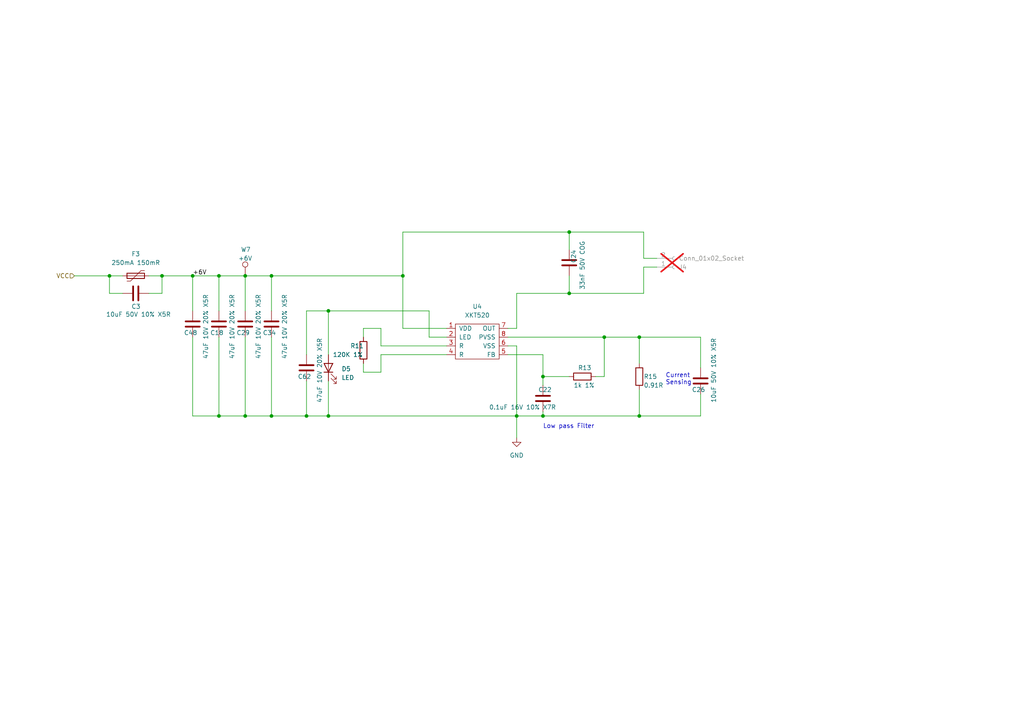
<source format=kicad_sch>
(kicad_sch (version 20250114) (generator "eeschema") (generator_version "9.0")
  (paper "A4")
  (lib_symbols
    (symbol "Connector:Conn_01x02_Socket" (pin_names (offset 1.016) (hide yes))
      (property "Reference" "J" (at 0 2.54 0))
      (property "Value" "Conn_01x02_Socket" (at 0 -5.08 0))
      (symbol "Conn_01x02_Socket_1_1"
        (polyline (pts (xy -1.27 0) (xy -0.508 0)) (stroke (width 0.1524)))
        (polyline (pts (xy -1.27 -2.54) (xy -0.508 -2.54)) (stroke (width 0.1524)))
        (arc (start 0 -0.508) (mid -0.5058 0) (end 0 0.508) (stroke (width 0.1524)))
        (arc (start 0 -3.048) (mid -0.5058 -2.54) (end 0 -2.032) (stroke (width 0.1524)))
        (pin passive line (at -5.08 0 0) (length 3.81) (name "Pin_1") (number "1"))
        (pin passive line (at -5.08 -2.54 0) (length 3.81) (name "Pin_2") (number "2"))
      )
    )
    (symbol "Device:C" (pin_numbers (hide yes)) (pin_names (offset 0.254))
      (property "Reference" "C" (at 0.635 2.54 0))
      (property "Value" "C" (at 0.635 -2.54 0))
      (symbol "C_0_1"
        (polyline (pts (xy -2.032 0.762) (xy 2.032 0.762)) (stroke (width 0.508)))
        (polyline (pts (xy -2.032 -0.762) (xy 2.032 -0.762)) (stroke (width 0.508)))
      )
      (symbol "C_1_1"
        (pin passive line (at 0 3.81 270) (length 2.794) (name "~") (number "1"))
        (pin passive line (at 0 -3.81 90) (length 2.794) (name "~") (number "2"))
      )
    )
    (symbol "Device:LED" (pin_numbers (hide yes)) (pin_names (offset 1.016) (hide yes))
      (property "Reference" "D" (at 0 2.54 0))
      (property "Value" "LED" (at 0 -2.54 0))
      (symbol "LED_0_1"
        (polyline (pts (xy -3.048 -0.762) (xy -4.572 -2.286) (xy -3.81 -2.286) (xy -4.572 -2.286) (xy -4.572 -1.524)))
        (polyline (pts (xy -1.778 -0.762) (xy -3.302 -2.286) (xy -2.54 -2.286) (xy -3.302 -2.286) (xy -3.302 -1.524)))
        (polyline (pts (xy -1.27 0) (xy 1.27 0)))
        (polyline (pts (xy -1.27 -1.27) (xy -1.27 1.27)) (stroke (width 0.254)))
        (polyline (pts (xy 1.27 -1.27) (xy 1.27 1.27) (xy -1.27 0) (xy 1.27 -1.27)) (stroke (width 0.254)))
      )
      (symbol "LED_1_1"
        (pin passive line (at -3.81 0 0) (length 2.54) (name "K") (number "1"))
        (pin passive line (at 3.81 0 180) (length 2.54) (name "A") (number "2"))
      )
    )
    (symbol "Device:Polyfuse" (pin_numbers (hide yes)) (pin_names (offset 0))
      (property "Reference" "F" (at -2.54 0 90))
      (property "Value" "Polyfuse" (at 2.54 0 90))
      (symbol "Polyfuse_0_1"
        (polyline (pts (xy -1.524 2.54) (xy -1.524 1.524) (xy 1.524 -1.524) (xy 1.524 -2.54)))
        (rectangle (start -0.762 2.54) (end 0.762 -2.54) (stroke (width 0.254)))
        (polyline (pts (xy 0 2.54) (xy 0 -2.54)))
      )
      (symbol "Polyfuse_1_1"
        (pin passive line (at 0 3.81 270) (length 1.27) (name "~") (number "1"))
        (pin passive line (at 0 -3.81 90) (length 1.27) (name "~") (number "2"))
      )
    )
    (symbol "Device:R" (pin_numbers (hide yes)) (pin_names (offset 0))
      (property "Reference" "R" (at 2.032 0 90))
      (property "Value" "R" (at 0 0 90))
      (symbol "R_0_1"
        (rectangle (start -1.016 -2.54) (end 1.016 2.54) (stroke (width 0.254)))
      )
      (symbol "R_1_1"
        (pin passive line (at 0 3.81 270) (length 1.27) (name "~") (number "1"))
        (pin passive line (at 0 -3.81 90) (length 1.27) (name "~") (number "2"))
      )
    )
    (symbol "Pixels-dice:TEST_1P-conn" (pin_numbers (hide yes)) (pin_names (offset 0.762) (hide yes))
      (property "Reference" "W" (at 0 6.858 0))
      (property "Value" "TEST_1P-conn" (at 0 5.08 0))
      (symbol "TEST_1P-conn_0_1"
        (circle (center 0 3.302) (radius 0.762))
      )
      (symbol "TEST_1P-conn_1_1"
        (pin passive line (at 0 0 90) (length 2.54) (name "1") (number "1"))
      )
    )
    (symbol "Pixels-dice:XKT520" (pin_names (offset 1.016))
      (property "Reference" "U" (at 0 6.35 0))
      (property "Value" "XKT520" (at 0 -6.35 0))
      (symbol "XKT520_0_1"
        (rectangle (start -6.35 5.08) (end 6.35 -5.08))
      )
      (symbol "XKT520_1_1"
        (pin power_in line (at -8.89 3.81 0) (length 2.54) (name "VDD") (number "1"))
        (pin output line (at -8.89 1.27 0) (length 2.54) (name "LED") (number "2"))
        (pin passive line (at -8.89 -1.27 0) (length 2.54) (name "R") (number "3"))
        (pin passive line (at -8.89 -3.81 0) (length 2.54) (name "R") (number "4"))
        (pin output line (at 8.89 3.81 180) (length 2.54) (name "OUT") (number "7"))
        (pin output line (at 8.89 1.27 180) (length 2.54) (name "PVSS") (number "8"))
        (pin power_in line (at 8.89 -1.27 180) (length 2.54) (name "VSS") (number "6"))
        (pin input line (at 8.89 -3.81 180) (length 2.54) (name "FB") (number "5"))
      )
    )
    (symbol "power:GND" (power) (pin_numbers (hide yes)) (pin_names (offset 0) (hide yes))
      (property "Value" "GND" (at 0 -3.81 0))
      (symbol "GND_0_1"
        (polyline (pts (xy 0 0) (xy 0 -1.27) (xy 1.27 -1.27) (xy 0 -2.54) (xy -1.27 -1.27) (xy 0 -1.27)))
      )
      (symbol "GND_1_1"
        (pin power_in line (at 0 0 270) (length 0) (name "~") (number "1"))
      )
    )
  )
  (text "Current\nSensing" (at 193.04 111.76 0) (effects (font (size 1.27 1.27)) (justify left bottom)))
  (text "Low pass Filter" (at 157.48 124.46 0) (effects (font (size 1.27 1.27)) (justify left bottom)))
  (junction (at 71.12 80.01))
  (junction (at 185.42 120.65))
  (junction (at 157.48 120.65))
  (junction (at 63.5 120.65))
  (junction (at 63.5 80.01))
  (junction (at 157.48 109.22))
  (junction (at 95.25 90.17))
  (junction (at 185.42 97.79))
  (junction (at 165.1 67.31))
  (junction (at 88.9 120.65))
  (junction (at 78.74 80.01))
  (junction (at 46.99 80.01))
  (junction (at 116.84 80.01))
  (junction (at 78.74 120.65))
  (junction (at 71.12 120.65))
  (junction (at 55.88 80.01))
  (junction (at 175.26 97.79))
  (junction (at 31.75 80.01))
  (junction (at 165.1 85.09))
  (junction (at 149.86 120.65))
  (junction (at 95.25 120.65))
  (wire (pts (xy 116.84 67.31) (xy 116.84 80.01)))
  (wire (pts (xy 185.42 97.79) (xy 185.42 105.41)))
  (wire (pts (xy 71.12 80.01) (xy 78.74 80.01)))
  (wire (pts (xy 165.1 85.09) (xy 149.86 85.09)))
  (wire (pts (xy 149.86 95.25) (xy 147.32 95.25)))
  (wire (pts (xy 110.49 100.33) (xy 129.54 100.33)))
  (wire (pts (xy 116.84 95.25) (xy 129.54 95.25)))
  (wire (pts (xy 88.9 90.17) (xy 95.25 90.17)))
  (wire (pts (xy 185.42 120.65) (xy 157.48 120.65)))
  (wire (pts (xy 95.25 110.49) (xy 95.25 120.65)))
  (wire (pts (xy 105.41 95.25) (xy 105.41 97.79)))
  (wire (pts (xy 203.2 114.3) (xy 203.2 120.65)))
  (wire (pts (xy 186.69 85.09) (xy 186.69 77.47)))
  (wire (pts (xy 55.88 80.01) (xy 55.88 90.17)))
  (wire (pts (xy 124.46 97.79) (xy 129.54 97.79)))
  (wire (pts (xy 175.26 109.22) (xy 175.26 97.79)))
  (wire (pts (xy 165.1 67.31) (xy 165.1 72.39)))
  (wire (pts (xy 46.99 85.09) (xy 46.99 80.01)))
  (wire (pts (xy 78.74 80.01) (xy 78.74 90.17)))
  (wire (pts (xy 63.5 80.01) (xy 71.12 80.01)))
  (wire (pts (xy 116.84 67.31) (xy 165.1 67.31)))
  (wire (pts (xy 63.5 80.01) (xy 63.5 90.17)))
  (wire (pts (xy 165.1 67.31) (xy 186.69 67.31)))
  (wire (pts (xy 110.49 95.25) (xy 105.41 95.25)))
  (wire (pts (xy 71.12 97.79) (xy 71.12 120.65)))
  (wire (pts (xy 157.48 109.22) (xy 165.1 109.22)))
  (wire (pts (xy 149.86 100.33) (xy 147.32 100.33)))
  (wire (pts (xy 63.5 120.65) (xy 71.12 120.65)))
  (wire (pts (xy 185.42 113.03) (xy 185.42 120.65)))
  (wire (pts (xy 46.99 80.01) (xy 55.88 80.01)))
  (wire (pts (xy 149.86 100.33) (xy 149.86 120.65)))
  (wire (pts (xy 105.41 107.95) (xy 105.41 105.41)))
  (wire (pts (xy 175.26 97.79) (xy 185.42 97.79)))
  (wire (pts (xy 43.18 85.09) (xy 46.99 85.09)))
  (wire (pts (xy 78.74 80.01) (xy 116.84 80.01)))
  (wire (pts (xy 186.69 74.93) (xy 186.69 67.31)))
  (wire (pts (xy 71.12 80.01) (xy 71.12 90.17)))
  (wire (pts (xy 165.1 85.09) (xy 186.69 85.09)))
  (wire (pts (xy 31.75 85.09) (xy 31.75 80.01)))
  (wire (pts (xy 124.46 97.79) (xy 124.46 90.17)))
  (wire (pts (xy 190.5 74.93) (xy 186.69 74.93)))
  (wire (pts (xy 35.56 85.09) (xy 31.75 85.09)))
  (wire (pts (xy 88.9 120.65) (xy 95.25 120.65)))
  (wire (pts (xy 157.48 119.38) (xy 157.48 120.65)))
  (wire (pts (xy 110.49 107.95) (xy 105.41 107.95)))
  (wire (pts (xy 149.86 120.65) (xy 149.86 127)))
  (wire (pts (xy 147.32 102.87) (xy 157.48 102.87)))
  (wire (pts (xy 55.88 80.01) (xy 63.5 80.01)))
  (wire (pts (xy 31.75 80.01) (xy 35.56 80.01)))
  (wire (pts (xy 157.48 109.22) (xy 157.48 102.87)))
  (wire (pts (xy 110.49 102.87) (xy 129.54 102.87)))
  (wire (pts (xy 88.9 110.49) (xy 88.9 120.65)))
  (wire (pts (xy 78.74 97.79) (xy 78.74 120.65)))
  (wire (pts (xy 203.2 120.65) (xy 185.42 120.65)))
  (wire (pts (xy 88.9 102.87) (xy 88.9 90.17)))
  (wire (pts (xy 43.18 80.01) (xy 46.99 80.01)))
  (wire (pts (xy 172.72 109.22) (xy 175.26 109.22)))
  (wire (pts (xy 71.12 120.65) (xy 78.74 120.65)))
  (wire (pts (xy 165.1 80.01) (xy 165.1 85.09)))
  (wire (pts (xy 149.86 120.65) (xy 157.48 120.65)))
  (wire (pts (xy 95.25 90.17) (xy 95.25 102.87)))
  (wire (pts (xy 63.5 97.79) (xy 63.5 120.65)))
  (wire (pts (xy 110.49 107.95) (xy 110.49 102.87)))
  (wire (pts (xy 55.88 120.65) (xy 63.5 120.65)))
  (wire (pts (xy 110.49 95.25) (xy 110.49 100.33)))
  (wire (pts (xy 55.88 97.79) (xy 55.88 120.65)))
  (wire (pts (xy 149.86 85.09) (xy 149.86 95.25)))
  (wire (pts (xy 186.69 77.47) (xy 190.5 77.47)))
  (wire (pts (xy 116.84 80.01) (xy 116.84 95.25)))
  (wire (pts (xy 95.25 90.17) (xy 124.46 90.17)))
  (wire (pts (xy 78.74 120.65) (xy 88.9 120.65)))
  (wire (pts (xy 157.48 109.22) (xy 157.48 111.76)))
  (wire (pts (xy 185.42 97.79) (xy 203.2 97.79)))
  (wire (pts (xy 21.59 80.01) (xy 31.75 80.01)))
  (wire (pts (xy 147.32 97.79) (xy 175.26 97.79)))
  (wire (pts (xy 95.25 120.65) (xy 149.86 120.65)))
  (wire (pts (xy 203.2 97.79) (xy 203.2 106.68)))
  (label "+6V" (at 55.88 80.01 0))
  (hierarchical_label "VCC" (shape input) (at 21.59 80.01 180))
  (symbol (lib_id "Device:LED") (at 95.25 106.68 90) (unit 1)
    (property "Reference" "D3" (at 99.06 106.9974 90) (effects (justify right)))
    (property "Value" "LED" (at 99.06 109.5374 90) (effects (justify right)))
    (property "Footprint" "LED_SMD:LED_0603_1608Metric" (effects (hide yes)))
    (property "Manufacturer" "Lite-On" (effects (hide yes)))
    (property "Part Number" "LTST-C191KRKT" (effects (hide yes)))
    (property "LCSC Part #" "C125099" (effects (hide yes)))
    (instances (project "main" (path "" (reference "D5") (unit 1)) (path "" (reference "D9") (unit 1)) (path "" (reference "D8") (unit 1)) (path "" (reference "D3") (unit 1)) (path "" (reference "D6") (unit 1)) (path "" (reference "D4") (unit 1)) (path "" (reference "D7") (unit 1))))
  )
  (symbol (lib_id "Device:C") (at 39.37 85.09 270) (unit 1)
    (property "Reference" "C1" (at 38.1 88.9 90) (effects (justify left)))
    (property "Value" "10uF 50V 10% X5R" (at 30.734 91.186 90) (effects (justify left)))
    (property "Footprint" "Capacitor_SMD:C_0805_2012Metric" (effects (hide yes)))
    (property "Part Number" "GRM21BR61H106KE43L" (effects (hide yes)))
    (property "Manufacturer" "Murata" (effects (hide yes)))
    (property "LCSC Part #" "C440198" (effects (hide yes)))
    (instances (project "main" (path "" (reference "C3") (unit 1)) (path "" (reference "C45") (unit 1)) (path "" (reference "C44") (unit 1)) (path "" (reference "C1") (unit 1)) (path "" (reference "C5") (unit 1)) (path "" (reference "C2") (unit 1)) (path "" (reference "C43") (unit 1))))
  )
  (symbol (lib_id "Device:R") (at 105.41 101.6 180) (unit 1)
    (property "Reference" "R5" (at 101.6 100.33 0) (effects (justify right)))
    (property "Value" "120K 1%" (at 96.52 102.87 0) (effects (justify right)))
    (property "Footprint" "Resistor_SMD:R_0402_1005Metric" (effects (hide yes)))
    (property "Part Number" "0402WGF1203TCE" (effects (hide yes)))
    (property "Manufacturer" "UNI-ROYAL(Uniroyal Elec)" (effects (hide yes)))
    (property "LCSC Part #" "C25750" (effects (hide yes)))
    (instances (project "main" (path "" (reference "R11") (unit 1)) (path "" (reference "R23") (unit 1)) (path "" (reference "R20") (unit 1)) (path "" (reference "R5") (unit 1)) (path "" (reference "R12") (unit 1)) (path "" (reference "R8") (unit 1)) (path "" (reference "R17") (unit 1))))
  )
  (symbol (lib_id "Device:C") (at 157.48 115.57 180) (unit 1)
    (property "Reference" "C10" (at 160.02 113.03 0) (effects (justify left)))
    (property "Value" "0.1uF 16V 10% X7R" (at 161.29 118.11 0) (effects (justify left)))
    (property "Footprint" "Capacitor_SMD:C_0603_1608Metric" (effects (hide yes)))
    (property "Part Number" "CL10B104KO8NNNC" (effects (hide yes)))
    (property "Manufacturer" "Samsung Electro-Mechanics" (effects (hide yes)))
    (property "LCSC Part #" "C66501" (effects (hide yes)))
    (instances (project "main" (path "" (reference "C22") (unit 1)) (path "" (reference "C40") (unit 1)) (path "" (reference "C35") (unit 1)) (path "" (reference "C10") (unit 1)) (path "" (reference "C23") (unit 1)) (path "" (reference "C15") (unit 1)) (path "" (reference "C30") (unit 1))))
  )
  (symbol (lib_id "Device:C") (at 63.5 93.98 0) (unit 1)
    (property "Reference" "C8" (at 60.96 96.52 0) (effects (justify left)))
    (property "Value" "47uF 10V 20% X5R" (at 67.31 104.14 90) (effects (justify left)))
    (property "Footprint" "Capacitor_SMD:C_1206_3216Metric" (effects (hide yes)))
    (property "Part Number" "GRM31CR61A476ME15L" (effects (hide yes)))
    (property "Manufacturer" "muRata" (effects (hide yes)))
    (property "LCSC Part #" "C94034" (effects (hide yes)))
    (instances (project "main" (path "" (reference "C18") (unit 1)) (path "" (reference "C38") (unit 1)) (path "" (reference "C33") (unit 1)) (path "" (reference "C8") (unit 1)) (path "" (reference "C19") (unit 1)) (path "" (reference "C13") (unit 1)) (path "" (reference "C28") (unit 1))))
  )
  (symbol (lib_id "Device:C") (at 203.2 110.49 0) (unit 1)
    (property "Reference" "C12" (at 200.66 113.03 0) (effects (justify left)))
    (property "Value" "10uF 50V 10% X5R" (at 207.01 116.84 90) (effects (justify left)))
    (property "Footprint" "Capacitor_SMD:C_0805_2012Metric" (effects (hide yes)))
    (property "Part Number" "GRM21BR61H106KE43L" (effects (hide yes)))
    (property "Manufacturer" "Murata" (effects (hide yes)))
    (property "LCSC Part #" "C440198" (effects (hide yes)))
    (instances (project "main" (path "" (reference "C26") (unit 1)) (path "" (reference "C42") (unit 1)) (path "" (reference "C37") (unit 1)) (path "" (reference "C12") (unit 1)) (path "" (reference "C27") (unit 1)) (path "" (reference "C17") (unit 1)) (path "" (reference "C32") (unit 1))))
  )
  (symbol (lib_id "Device:R") (at 168.91 109.22 90) (unit 1)
    (property "Reference" "R6" (at 167.64 106.68 90) (effects (justify right)))
    (property "Value" "1k 1%" (at 166.37 111.76 90) (effects (justify right)))
    (property "Footprint" "Resistor_SMD:R_0402_1005Metric" (effects (hide yes)))
    (property "Part Number" "0402WGF1001TCE" (effects (hide yes)))
    (property "Manufacturer" "UNI-ROYAL(Uniroyal Elec)" (effects (hide yes)))
    (property "LCSC Part #" "C11702" (effects (hide yes)))
    (instances (project "main" (path "" (reference "R13") (unit 1)) (path "" (reference "R24") (unit 1)) (path "" (reference "R21") (unit 1)) (path "" (reference "R6") (unit 1)) (path "" (reference "R14") (unit 1)) (path "" (reference "R9") (unit 1)) (path "" (reference "R18") (unit 1))))
  )
  (symbol (lib_id "power:GND") (at 149.86 127 0) (unit 1)
    (property "Reference" "#PWR09" (effects (hide yes)))
    (property "Value" "GND" (at 149.86 132.08 0))
    (property "Description" "Power symbol creates a global label with name \"GND\" , ground" (effects (hide yes)))
    (instances (project "main" (path "" (reference "#PWR06") (unit 1)) (path "" (reference "#PWR010") (unit 1)) (path "" (reference "#PWR0101") (unit 1)) (path "" (reference "#PWR09") (unit 1)) (path "" (reference "#PWR07") (unit 1)) (path "" (reference "#PWR05") (unit 1)) (path "" (reference "#PWR08") (unit 1))))
  )
  (symbol (lib_id "Pixels-dice:XKT520") (at 138.43 99.06 0) (unit 1)
    (property "Reference" "U2" (at 138.43 88.9 0))
    (property "Value" "XKT520" (at 138.43 91.44 0))
    (property "Footprint" "Pixels-dice:SOIC-8_3.9x4.9mm_P1.27mm" (effects (hide yes)))
    (property "Manufacturer" "XKT" (effects (hide yes)))
    (property "Part Number" "520" (effects (hide yes)))
    (instances (project "main" (path "" (reference "U4") (unit 1)) (path "" (reference "U8") (unit 1)) (path "" (reference "U7") (unit 1)) (path "" (reference "U2") (unit 1)) (path "" (reference "U5") (unit 1)) (path "" (reference "U3") (unit 1)) (path "" (reference "U6") (unit 1))))
  )
  (symbol (lib_id "Device:C") (at 88.9 106.68 0) (unit 1)
    (property "Reference" "C60" (at 86.36 109.22 0) (effects (justify left)))
    (property "Value" "47uF 10V 20% X5R" (at 92.71 116.84 90) (effects (justify left)))
    (property "Footprint" "Capacitor_SMD:C_1206_3216Metric" (effects (hide yes)))
    (property "Part Number" "GRM31CR61A476ME15L" (effects (hide yes)))
    (property "Manufacturer" "muRata" (effects (hide yes)))
    (property "LCSC Part #" "C94034" (effects (hide yes)))
    (instances (project "main" (path "" (reference "C62") (unit 1)) (path "" (reference "C66") (unit 1)) (path "" (reference "C65") (unit 1)) (path "" (reference "C60") (unit 1)) (path "" (reference "C63") (unit 1)) (path "" (reference "C61") (unit 1)) (path "" (reference "C64") (unit 1))))
  )
  (symbol (lib_id "Device:R") (at 185.42 109.22 180) (unit 1)
    (property "Reference" "R7" (at 186.69 109.22 0) (effects (justify right)))
    (property "Value" "0.91R" (at 186.69 111.76 0) (effects (justify right)))
    (property "Footprint" "Resistor_SMD:R_1206_3216Metric" (effects (hide yes)))
    (property "Part Number" "RL1206FR-7W0R91L" (effects (hide yes)))
    (property "Manufacturer" "YAGEO" (effects (hide yes)))
    (property "LCSC Part #" "C136987" (effects (hide yes)))
    (instances (project "main" (path "" (reference "R15") (unit 1)) (path "" (reference "R25") (unit 1)) (path "" (reference "R22") (unit 1)) (path "" (reference "R7") (unit 1)) (path "" (reference "R16") (unit 1)) (path "" (reference "R10") (unit 1)) (path "" (reference "R19") (unit 1))))
  )
  (symbol (lib_id "Device:C") (at 55.88 93.98 0) (unit 1)
    (property "Reference" "C46" (at 53.34 96.52 0) (effects (justify left)))
    (property "Value" "47uF 10V 20% X5R" (at 59.69 104.14 90) (effects (justify left)))
    (property "Footprint" "Capacitor_SMD:C_1206_3216Metric" (effects (hide yes)))
    (property "Part Number" "GRM31CR61A476ME15L" (effects (hide yes)))
    (property "Manufacturer" "muRata" (effects (hide yes)))
    (property "LCSC Part #" "C94034" (effects (hide yes)))
    (instances (project "main" (path "" (reference "C48") (unit 1)) (path "" (reference "C52") (unit 1)) (path "" (reference "C51") (unit 1)) (path "" (reference "C46") (unit 1)) (path "" (reference "C49") (unit 1)) (path "" (reference "C47") (unit 1)) (path "" (reference "C50") (unit 1))))
  )
  (symbol (lib_id "Connector:Conn_01x02_Socket") (at 195.58 77.47 0) (mirror x) (unit 1) (dnp yes)
    (property "Reference" "J2" (at 196.85 77.4701 0) (effects (justify left)))
    (property "Value" "Conn_01x02_Socket" (at 196.85 74.9301 0) (effects (justify left)))
    (property "Footprint" "Pixels-dice:COIL_25_0_12T_0760_0205" (effects (hide yes)))
    (property "Description" "Generic connector, single row, 01x02, script generated" (effects (hide yes)))
    (instances (project "main" (path "" (reference "J4") (unit 1)) (path "" (reference "J8") (unit 1)) (path "" (reference "J7") (unit 1)) (path "" (reference "J2") (unit 1)) (path "" (reference "J5") (unit 1)) (path "" (reference "J3") (unit 1)) (path "" (reference "J6") (unit 1))))
  )
  (symbol (lib_id "Device:C") (at 165.1 76.2 0) (mirror x) (unit 1)
    (property "Reference" "C11" (at 166.37 72.39 90) (effects (justify left)))
    (property "Value" "33nF 50V COG" (at 168.91 69.85 90) (effects (justify left)))
    (property "Footprint" "Capacitor_SMD:C_1206_3216Metric" (effects (hide yes)))
    (property "Part Number" "GRM3195C1H333JA01D" (effects (hide yes)))
    (property "Manufacturer" "Murata" (effects (hide yes)))
    (property "LCSC Part #" "C97930" (effects (hide yes)))
    (instances (project "main" (path "" (reference "C24") (unit 1)) (path "" (reference "C41") (unit 1)) (path "" (reference "C36") (unit 1)) (path "" (reference "C11") (unit 1)) (path "" (reference "C25") (unit 1)) (path "" (reference "C16") (unit 1)) (path "" (reference "C31") (unit 1))))
  )
  (symbol (lib_id "Pixels-dice:TEST_1P-conn") (at 71.12 80.01 0) (unit 1)
    (property "Reference" "W5" (at 69.85 72.39 0) (effects (justify left)))
    (property "Value" "+6V" (at 69.088 74.93 0) (effects (justify left)))
    (property "Footprint" "Pixels-dice:TestPoint_1.5x1.5_Drill0.9mm" (effects (hide yes)))
    (instances (project "main" (path "" (reference "W7") (unit 1)) (path "" (reference "W11") (unit 1)) (path "" (reference "W10") (unit 1)) (path "" (reference "W5") (unit 1)) (path "" (reference "W8") (unit 1)) (path "" (reference "W6") (unit 1)) (path "" (reference "W9") (unit 1))))
  )
  (symbol (lib_id "Device:C") (at 78.74 93.98 0) (unit 1)
    (property "Reference" "C14" (at 76.2 96.52 0) (effects (justify left)))
    (property "Value" "47uF 10V 20% X5R" (at 82.55 104.14 90) (effects (justify left)))
    (property "Footprint" "Capacitor_SMD:C_1206_3216Metric" (effects (hide yes)))
    (property "Part Number" "GRM31CR61A476ME15L" (effects (hide yes)))
    (property "Manufacturer" "muRata" (effects (hide yes)))
    (property "LCSC Part #" "C94034" (effects (hide yes)))
    (instances (project "main" (path "" (reference "C34") (unit 1)) (path "" (reference "C59") (unit 1)) (path "" (reference "C57") (unit 1)) (path "" (reference "C14") (unit 1)) (path "" (reference "C53") (unit 1)) (path "" (reference "C21") (unit 1)) (path "" (reference "C55") (unit 1))))
  )
  (symbol (lib_id "Device:C") (at 71.12 93.98 0) (unit 1)
    (property "Reference" "C9" (at 68.58 96.52 0) (effects (justify left)))
    (property "Value" "47uF 10V 20% X5R" (at 74.93 104.14 90) (effects (justify left)))
    (property "Footprint" "Capacitor_SMD:C_1206_3216Metric" (effects (hide yes)))
    (property "Part Number" "GRM31CR61A476ME15L" (effects (hide yes)))
    (property "Manufacturer" "muRata" (effects (hide yes)))
    (property "LCSC Part #" "C94034" (effects (hide yes)))
    (instances (project "main" (path "" (reference "C29") (unit 1)) (path "" (reference "C58") (unit 1)) (path "" (reference "C56") (unit 1)) (path "" (reference "C9") (unit 1)) (path "" (reference "C39") (unit 1)) (path "" (reference "C20") (unit 1)) (path "" (reference "C54") (unit 1))))
  )
  (symbol (lib_id "Device:Polyfuse") (at 39.37 80.01 90) (unit 1)
    (property "Reference" "F1" (at 39.37 73.66 90))
    (property "Value" "250mA 150mR" (at 39.37 76.2 90))
    (property "Footprint" "Fuse:Fuse_1206_3216Metric" (effects (hide yes)))
    (property "Manufacturer" "BHFUSE" (effects (hide yes)))
    (property "Part Number" "BSMD1206-025-33V" (effects (hide yes)))
    (property "LCSC Part #" "C2977524" (effects (hide yes)))
    (instances (project "main" (path "" (reference "F3") (unit 1)) (path "" (reference "F7") (unit 1)) (path "" (reference "F6") (unit 1)) (path "" (reference "F1") (unit 1)) (path "" (reference "F4") (unit 1)) (path "" (reference "F2") (unit 1)) (path "" (reference "F5") (unit 1))))
  )
)
</source>
